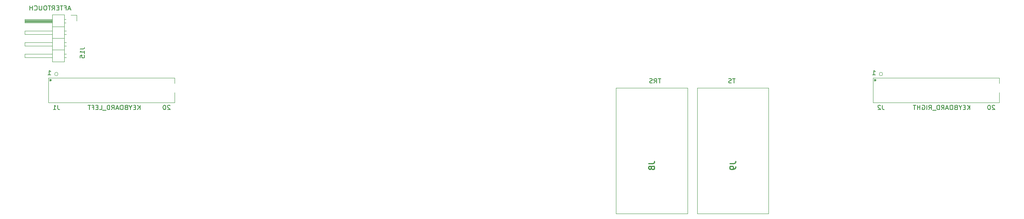
<source format=gbr>
%TF.GenerationSoftware,KiCad,Pcbnew,(6.0.6-0)*%
%TF.CreationDate,2022-07-07T15:16:10+02:00*%
%TF.ProjectId,hoatzin,686f6174-7a69-46e2-9e6b-696361645f70,rev?*%
%TF.SameCoordinates,Original*%
%TF.FileFunction,Legend,Bot*%
%TF.FilePolarity,Positive*%
%FSLAX46Y46*%
G04 Gerber Fmt 4.6, Leading zero omitted, Abs format (unit mm)*
G04 Created by KiCad (PCBNEW (6.0.6-0)) date 2022-07-07 15:16:10*
%MOMM*%
%LPD*%
G01*
G04 APERTURE LIST*
%ADD10C,0.150000*%
%ADD11C,0.254000*%
%ADD12C,0.120000*%
%ADD13C,0.100000*%
G04 APERTURE END LIST*
D10*
X58347857Y-94432380D02*
X58347857Y-93432380D01*
X57776428Y-94432380D02*
X58205000Y-93860952D01*
X57776428Y-93432380D02*
X58347857Y-94003809D01*
X57347857Y-93908571D02*
X57014523Y-93908571D01*
X56871666Y-94432380D02*
X57347857Y-94432380D01*
X57347857Y-93432380D01*
X56871666Y-93432380D01*
X56252619Y-93956190D02*
X56252619Y-94432380D01*
X56585952Y-93432380D02*
X56252619Y-93956190D01*
X55919285Y-93432380D01*
X55252619Y-93908571D02*
X55109761Y-93956190D01*
X55062142Y-94003809D01*
X55014523Y-94099047D01*
X55014523Y-94241904D01*
X55062142Y-94337142D01*
X55109761Y-94384761D01*
X55205000Y-94432380D01*
X55585952Y-94432380D01*
X55585952Y-93432380D01*
X55252619Y-93432380D01*
X55157380Y-93480000D01*
X55109761Y-93527619D01*
X55062142Y-93622857D01*
X55062142Y-93718095D01*
X55109761Y-93813333D01*
X55157380Y-93860952D01*
X55252619Y-93908571D01*
X55585952Y-93908571D01*
X54395476Y-93432380D02*
X54205000Y-93432380D01*
X54109761Y-93480000D01*
X54014523Y-93575238D01*
X53966904Y-93765714D01*
X53966904Y-94099047D01*
X54014523Y-94289523D01*
X54109761Y-94384761D01*
X54205000Y-94432380D01*
X54395476Y-94432380D01*
X54490714Y-94384761D01*
X54585952Y-94289523D01*
X54633571Y-94099047D01*
X54633571Y-93765714D01*
X54585952Y-93575238D01*
X54490714Y-93480000D01*
X54395476Y-93432380D01*
X53585952Y-94146666D02*
X53109761Y-94146666D01*
X53681190Y-94432380D02*
X53347857Y-93432380D01*
X53014523Y-94432380D01*
X52109761Y-94432380D02*
X52443095Y-93956190D01*
X52681190Y-94432380D02*
X52681190Y-93432380D01*
X52300238Y-93432380D01*
X52205000Y-93480000D01*
X52157380Y-93527619D01*
X52109761Y-93622857D01*
X52109761Y-93765714D01*
X52157380Y-93860952D01*
X52205000Y-93908571D01*
X52300238Y-93956190D01*
X52681190Y-93956190D01*
X51681190Y-94432380D02*
X51681190Y-93432380D01*
X51443095Y-93432380D01*
X51300238Y-93480000D01*
X51205000Y-93575238D01*
X51157380Y-93670476D01*
X51109761Y-93860952D01*
X51109761Y-94003809D01*
X51157380Y-94194285D01*
X51205000Y-94289523D01*
X51300238Y-94384761D01*
X51443095Y-94432380D01*
X51681190Y-94432380D01*
X50919285Y-94527619D02*
X50157380Y-94527619D01*
X49443095Y-94432380D02*
X49919285Y-94432380D01*
X49919285Y-93432380D01*
X49109761Y-93908571D02*
X48776428Y-93908571D01*
X48633571Y-94432380D02*
X49109761Y-94432380D01*
X49109761Y-93432380D01*
X48633571Y-93432380D01*
X47871666Y-93908571D02*
X48205000Y-93908571D01*
X48205000Y-94432380D02*
X48205000Y-93432380D01*
X47728809Y-93432380D01*
X47490714Y-93432380D02*
X46919285Y-93432380D01*
X47205000Y-94432380D02*
X47205000Y-93432380D01*
X172203904Y-87590380D02*
X171632476Y-87590380D01*
X171918190Y-88590380D02*
X171918190Y-87590380D01*
X170727714Y-88590380D02*
X171061047Y-88114190D01*
X171299142Y-88590380D02*
X171299142Y-87590380D01*
X170918190Y-87590380D01*
X170822952Y-87638000D01*
X170775333Y-87685619D01*
X170727714Y-87780857D01*
X170727714Y-87923714D01*
X170775333Y-88018952D01*
X170822952Y-88066571D01*
X170918190Y-88114190D01*
X171299142Y-88114190D01*
X170346761Y-88542761D02*
X170203904Y-88590380D01*
X169965809Y-88590380D01*
X169870571Y-88542761D01*
X169822952Y-88495142D01*
X169775333Y-88399904D01*
X169775333Y-88304666D01*
X169822952Y-88209428D01*
X169870571Y-88161809D01*
X169965809Y-88114190D01*
X170156285Y-88066571D01*
X170251523Y-88018952D01*
X170299142Y-87971333D01*
X170346761Y-87876095D01*
X170346761Y-87780857D01*
X170299142Y-87685619D01*
X170251523Y-87638000D01*
X170156285Y-87590380D01*
X169918190Y-87590380D01*
X169775333Y-87638000D01*
X43060380Y-72302666D02*
X42584190Y-72302666D01*
X43155619Y-72588380D02*
X42822285Y-71588380D01*
X42488952Y-72588380D01*
X41822285Y-72064571D02*
X42155619Y-72064571D01*
X42155619Y-72588380D02*
X42155619Y-71588380D01*
X41679428Y-71588380D01*
X41441333Y-71588380D02*
X40869904Y-71588380D01*
X41155619Y-72588380D02*
X41155619Y-71588380D01*
X40536571Y-72064571D02*
X40203238Y-72064571D01*
X40060380Y-72588380D02*
X40536571Y-72588380D01*
X40536571Y-71588380D01*
X40060380Y-71588380D01*
X39060380Y-72588380D02*
X39393714Y-72112190D01*
X39631809Y-72588380D02*
X39631809Y-71588380D01*
X39250857Y-71588380D01*
X39155619Y-71636000D01*
X39108000Y-71683619D01*
X39060380Y-71778857D01*
X39060380Y-71921714D01*
X39108000Y-72016952D01*
X39155619Y-72064571D01*
X39250857Y-72112190D01*
X39631809Y-72112190D01*
X38774666Y-71588380D02*
X38203238Y-71588380D01*
X38488952Y-72588380D02*
X38488952Y-71588380D01*
X37679428Y-71588380D02*
X37488952Y-71588380D01*
X37393714Y-71636000D01*
X37298476Y-71731238D01*
X37250857Y-71921714D01*
X37250857Y-72255047D01*
X37298476Y-72445523D01*
X37393714Y-72540761D01*
X37488952Y-72588380D01*
X37679428Y-72588380D01*
X37774666Y-72540761D01*
X37869904Y-72445523D01*
X37917523Y-72255047D01*
X37917523Y-71921714D01*
X37869904Y-71731238D01*
X37774666Y-71636000D01*
X37679428Y-71588380D01*
X36822285Y-71588380D02*
X36822285Y-72397904D01*
X36774666Y-72493142D01*
X36727047Y-72540761D01*
X36631809Y-72588380D01*
X36441333Y-72588380D01*
X36346095Y-72540761D01*
X36298476Y-72493142D01*
X36250857Y-72397904D01*
X36250857Y-71588380D01*
X35203238Y-72493142D02*
X35250857Y-72540761D01*
X35393714Y-72588380D01*
X35488952Y-72588380D01*
X35631809Y-72540761D01*
X35727047Y-72445523D01*
X35774666Y-72350285D01*
X35822285Y-72159809D01*
X35822285Y-72016952D01*
X35774666Y-71826476D01*
X35727047Y-71731238D01*
X35631809Y-71636000D01*
X35488952Y-71588380D01*
X35393714Y-71588380D01*
X35250857Y-71636000D01*
X35203238Y-71683619D01*
X34774666Y-72588380D02*
X34774666Y-71588380D01*
X34774666Y-72064571D02*
X34203238Y-72064571D01*
X34203238Y-72588380D02*
X34203238Y-71588380D01*
X239799047Y-94432380D02*
X239799047Y-93432380D01*
X239227619Y-94432380D02*
X239656190Y-93860952D01*
X239227619Y-93432380D02*
X239799047Y-94003809D01*
X238799047Y-93908571D02*
X238465714Y-93908571D01*
X238322857Y-94432380D02*
X238799047Y-94432380D01*
X238799047Y-93432380D01*
X238322857Y-93432380D01*
X237703809Y-93956190D02*
X237703809Y-94432380D01*
X238037142Y-93432380D02*
X237703809Y-93956190D01*
X237370476Y-93432380D01*
X236703809Y-93908571D02*
X236560952Y-93956190D01*
X236513333Y-94003809D01*
X236465714Y-94099047D01*
X236465714Y-94241904D01*
X236513333Y-94337142D01*
X236560952Y-94384761D01*
X236656190Y-94432380D01*
X237037142Y-94432380D01*
X237037142Y-93432380D01*
X236703809Y-93432380D01*
X236608571Y-93480000D01*
X236560952Y-93527619D01*
X236513333Y-93622857D01*
X236513333Y-93718095D01*
X236560952Y-93813333D01*
X236608571Y-93860952D01*
X236703809Y-93908571D01*
X237037142Y-93908571D01*
X235846666Y-93432380D02*
X235656190Y-93432380D01*
X235560952Y-93480000D01*
X235465714Y-93575238D01*
X235418095Y-93765714D01*
X235418095Y-94099047D01*
X235465714Y-94289523D01*
X235560952Y-94384761D01*
X235656190Y-94432380D01*
X235846666Y-94432380D01*
X235941904Y-94384761D01*
X236037142Y-94289523D01*
X236084761Y-94099047D01*
X236084761Y-93765714D01*
X236037142Y-93575238D01*
X235941904Y-93480000D01*
X235846666Y-93432380D01*
X235037142Y-94146666D02*
X234560952Y-94146666D01*
X235132380Y-94432380D02*
X234799047Y-93432380D01*
X234465714Y-94432380D01*
X233560952Y-94432380D02*
X233894285Y-93956190D01*
X234132380Y-94432380D02*
X234132380Y-93432380D01*
X233751428Y-93432380D01*
X233656190Y-93480000D01*
X233608571Y-93527619D01*
X233560952Y-93622857D01*
X233560952Y-93765714D01*
X233608571Y-93860952D01*
X233656190Y-93908571D01*
X233751428Y-93956190D01*
X234132380Y-93956190D01*
X233132380Y-94432380D02*
X233132380Y-93432380D01*
X232894285Y-93432380D01*
X232751428Y-93480000D01*
X232656190Y-93575238D01*
X232608571Y-93670476D01*
X232560952Y-93860952D01*
X232560952Y-94003809D01*
X232608571Y-94194285D01*
X232656190Y-94289523D01*
X232751428Y-94384761D01*
X232894285Y-94432380D01*
X233132380Y-94432380D01*
X232370476Y-94527619D02*
X231608571Y-94527619D01*
X230799047Y-94432380D02*
X231132380Y-93956190D01*
X231370476Y-94432380D02*
X231370476Y-93432380D01*
X230989523Y-93432380D01*
X230894285Y-93480000D01*
X230846666Y-93527619D01*
X230799047Y-93622857D01*
X230799047Y-93765714D01*
X230846666Y-93860952D01*
X230894285Y-93908571D01*
X230989523Y-93956190D01*
X231370476Y-93956190D01*
X230370476Y-94432380D02*
X230370476Y-93432380D01*
X229370476Y-93480000D02*
X229465714Y-93432380D01*
X229608571Y-93432380D01*
X229751428Y-93480000D01*
X229846666Y-93575238D01*
X229894285Y-93670476D01*
X229941904Y-93860952D01*
X229941904Y-94003809D01*
X229894285Y-94194285D01*
X229846666Y-94289523D01*
X229751428Y-94384761D01*
X229608571Y-94432380D01*
X229513333Y-94432380D01*
X229370476Y-94384761D01*
X229322857Y-94337142D01*
X229322857Y-94003809D01*
X229513333Y-94003809D01*
X228894285Y-94432380D02*
X228894285Y-93432380D01*
X228894285Y-93908571D02*
X228322857Y-93908571D01*
X228322857Y-94432380D02*
X228322857Y-93432380D01*
X227989523Y-93432380D02*
X227418095Y-93432380D01*
X227703809Y-94432380D02*
X227703809Y-93432380D01*
X188467904Y-87590380D02*
X187896476Y-87590380D01*
X188182190Y-88590380D02*
X188182190Y-87590380D01*
X187610761Y-88542761D02*
X187467904Y-88590380D01*
X187229809Y-88590380D01*
X187134571Y-88542761D01*
X187086952Y-88495142D01*
X187039333Y-88399904D01*
X187039333Y-88304666D01*
X187086952Y-88209428D01*
X187134571Y-88161809D01*
X187229809Y-88114190D01*
X187420285Y-88066571D01*
X187515523Y-88018952D01*
X187563142Y-87971333D01*
X187610761Y-87876095D01*
X187610761Y-87780857D01*
X187563142Y-87685619D01*
X187515523Y-87638000D01*
X187420285Y-87590380D01*
X187182190Y-87590380D01*
X187039333Y-87638000D01*
%TO.C,J2*%
X220678333Y-93432380D02*
X220678333Y-94146666D01*
X220725952Y-94289523D01*
X220821190Y-94384761D01*
X220964047Y-94432380D01*
X221059285Y-94432380D01*
X220249761Y-93527619D02*
X220202142Y-93480000D01*
X220106904Y-93432380D01*
X219868809Y-93432380D01*
X219773571Y-93480000D01*
X219725952Y-93527619D01*
X219678333Y-93622857D01*
X219678333Y-93718095D01*
X219725952Y-93860952D01*
X220297380Y-94432380D01*
X219678333Y-94432380D01*
X218535285Y-86812380D02*
X219106714Y-86812380D01*
X218821000Y-86812380D02*
X218821000Y-85812380D01*
X218916238Y-85955238D01*
X219011476Y-86050476D01*
X219106714Y-86098095D01*
X219075000Y-87717380D02*
X219075000Y-87955476D01*
X219313095Y-87860238D02*
X219075000Y-87955476D01*
X218836904Y-87860238D01*
X219217857Y-88145952D02*
X219075000Y-87955476D01*
X218932142Y-88145952D01*
X245236904Y-93527619D02*
X245189285Y-93480000D01*
X245094047Y-93432380D01*
X244855952Y-93432380D01*
X244760714Y-93480000D01*
X244713095Y-93527619D01*
X244665476Y-93622857D01*
X244665476Y-93718095D01*
X244713095Y-93860952D01*
X245284523Y-94432380D01*
X244665476Y-94432380D01*
X244046428Y-93432380D02*
X243951190Y-93432380D01*
X243855952Y-93480000D01*
X243808333Y-93527619D01*
X243760714Y-93622857D01*
X243713095Y-93813333D01*
X243713095Y-94051428D01*
X243760714Y-94241904D01*
X243808333Y-94337142D01*
X243855952Y-94384761D01*
X243951190Y-94432380D01*
X244046428Y-94432380D01*
X244141666Y-94384761D01*
X244189285Y-94337142D01*
X244236904Y-94241904D01*
X244284523Y-94051428D01*
X244284523Y-93813333D01*
X244236904Y-93622857D01*
X244189285Y-93527619D01*
X244141666Y-93480000D01*
X244046428Y-93432380D01*
D11*
%TO.C,J9*%
X187264523Y-106256666D02*
X188171666Y-106256666D01*
X188353095Y-106196190D01*
X188474047Y-106075238D01*
X188534523Y-105893809D01*
X188534523Y-105772857D01*
X188534523Y-106921904D02*
X188534523Y-107163809D01*
X188474047Y-107284761D01*
X188413571Y-107345238D01*
X188232142Y-107466190D01*
X187990238Y-107526666D01*
X187506428Y-107526666D01*
X187385476Y-107466190D01*
X187325000Y-107405714D01*
X187264523Y-107284761D01*
X187264523Y-107042857D01*
X187325000Y-106921904D01*
X187385476Y-106861428D01*
X187506428Y-106800952D01*
X187808809Y-106800952D01*
X187929761Y-106861428D01*
X187990238Y-106921904D01*
X188050714Y-107042857D01*
X188050714Y-107284761D01*
X187990238Y-107405714D01*
X187929761Y-107466190D01*
X187808809Y-107526666D01*
%TO.C,J8*%
X169544523Y-106256666D02*
X170451666Y-106256666D01*
X170633095Y-106196190D01*
X170754047Y-106075238D01*
X170814523Y-105893809D01*
X170814523Y-105772857D01*
X170088809Y-107042857D02*
X170028333Y-106921904D01*
X169967857Y-106861428D01*
X169846904Y-106800952D01*
X169786428Y-106800952D01*
X169665476Y-106861428D01*
X169605000Y-106921904D01*
X169544523Y-107042857D01*
X169544523Y-107284761D01*
X169605000Y-107405714D01*
X169665476Y-107466190D01*
X169786428Y-107526666D01*
X169846904Y-107526666D01*
X169967857Y-107466190D01*
X170028333Y-107405714D01*
X170088809Y-107284761D01*
X170088809Y-107042857D01*
X170149285Y-106921904D01*
X170209761Y-106861428D01*
X170330714Y-106800952D01*
X170572619Y-106800952D01*
X170693571Y-106861428D01*
X170754047Y-106921904D01*
X170814523Y-107042857D01*
X170814523Y-107284761D01*
X170754047Y-107405714D01*
X170693571Y-107466190D01*
X170572619Y-107526666D01*
X170330714Y-107526666D01*
X170209761Y-107466190D01*
X170149285Y-107405714D01*
X170088809Y-107284761D01*
D10*
%TO.C,J15*%
X45172380Y-81105476D02*
X45886666Y-81105476D01*
X46029523Y-81057857D01*
X46124761Y-80962619D01*
X46172380Y-80819761D01*
X46172380Y-80724523D01*
X46172380Y-82105476D02*
X46172380Y-81534047D01*
X46172380Y-81819761D02*
X45172380Y-81819761D01*
X45315238Y-81724523D01*
X45410476Y-81629285D01*
X45458095Y-81534047D01*
X45172380Y-83010238D02*
X45172380Y-82534047D01*
X45648571Y-82486428D01*
X45600952Y-82534047D01*
X45553333Y-82629285D01*
X45553333Y-82867380D01*
X45600952Y-82962619D01*
X45648571Y-83010238D01*
X45743809Y-83057857D01*
X45981904Y-83057857D01*
X46077142Y-83010238D01*
X46124761Y-82962619D01*
X46172380Y-82867380D01*
X46172380Y-82629285D01*
X46124761Y-82534047D01*
X46077142Y-82486428D01*
%TO.C,J1*%
X40338333Y-93432380D02*
X40338333Y-94146666D01*
X40385952Y-94289523D01*
X40481190Y-94384761D01*
X40624047Y-94432380D01*
X40719285Y-94432380D01*
X39338333Y-94432380D02*
X39909761Y-94432380D01*
X39624047Y-94432380D02*
X39624047Y-93432380D01*
X39719285Y-93575238D01*
X39814523Y-93670476D01*
X39909761Y-93718095D01*
X38735000Y-87717380D02*
X38735000Y-87955476D01*
X38973095Y-87860238D02*
X38735000Y-87955476D01*
X38496904Y-87860238D01*
X38877857Y-88145952D02*
X38735000Y-87955476D01*
X38592142Y-88145952D01*
X38195285Y-86812380D02*
X38766714Y-86812380D01*
X38481000Y-86812380D02*
X38481000Y-85812380D01*
X38576238Y-85955238D01*
X38671476Y-86050476D01*
X38766714Y-86098095D01*
X64896904Y-93527619D02*
X64849285Y-93480000D01*
X64754047Y-93432380D01*
X64515952Y-93432380D01*
X64420714Y-93480000D01*
X64373095Y-93527619D01*
X64325476Y-93622857D01*
X64325476Y-93718095D01*
X64373095Y-93860952D01*
X64944523Y-94432380D01*
X64325476Y-94432380D01*
X63706428Y-93432380D02*
X63611190Y-93432380D01*
X63515952Y-93480000D01*
X63468333Y-93527619D01*
X63420714Y-93622857D01*
X63373095Y-93813333D01*
X63373095Y-94051428D01*
X63420714Y-94241904D01*
X63468333Y-94337142D01*
X63515952Y-94384761D01*
X63611190Y-94432380D01*
X63706428Y-94432380D01*
X63801666Y-94384761D01*
X63849285Y-94337142D01*
X63896904Y-94241904D01*
X63944523Y-94051428D01*
X63944523Y-93813333D01*
X63896904Y-93622857D01*
X63849285Y-93527619D01*
X63801666Y-93480000D01*
X63706428Y-93432380D01*
D12*
%TO.C,J2*%
X246240300Y-92837000D02*
X218579700Y-92837000D01*
X246240300Y-87477600D02*
X246240300Y-88605673D01*
X246240300Y-90667527D02*
X246240300Y-92837000D01*
X218579700Y-92837000D02*
X218579700Y-87477600D01*
X218579700Y-87477600D02*
X246240300Y-87477600D01*
X220726000Y-86614000D02*
G75*
G03*
X220726000Y-86614000I-381000J0D01*
G01*
D13*
%TO.C,J9*%
X195771000Y-89662000D02*
X180149000Y-89662000D01*
X180149000Y-117246000D02*
X195771000Y-117246000D01*
X180149000Y-89662000D02*
X180149000Y-117246000D01*
X195771000Y-117246000D02*
X195771000Y-89662000D01*
%TO.C,J8*%
X178051000Y-89662000D02*
X162429000Y-89662000D01*
X162429000Y-117246000D02*
X178051000Y-117246000D01*
X178051000Y-117246000D02*
X178051000Y-89662000D01*
X162429000Y-89662000D02*
X162429000Y-117246000D01*
D12*
%TO.C,J15*%
X33080000Y-77850000D02*
X39080000Y-77850000D01*
X39080000Y-75090000D02*
X33080000Y-75090000D01*
X41740000Y-81280000D02*
X39080000Y-81280000D01*
X42137071Y-79630000D02*
X41740000Y-79630000D01*
X33080000Y-82170000D02*
X33080000Y-82930000D01*
X44450000Y-74930000D02*
X44450000Y-73660000D01*
X39080000Y-73600000D02*
X41740000Y-73600000D01*
X39080000Y-74970000D02*
X33080000Y-74970000D01*
X41740000Y-78740000D02*
X39080000Y-78740000D01*
X33080000Y-77090000D02*
X33080000Y-77850000D01*
X42137071Y-80390000D02*
X41740000Y-80390000D01*
X33080000Y-82930000D02*
X39080000Y-82930000D01*
X42137071Y-82930000D02*
X41740000Y-82930000D01*
X42137071Y-77090000D02*
X41740000Y-77090000D01*
X33080000Y-79630000D02*
X33080000Y-80390000D01*
X39080000Y-74610000D02*
X33080000Y-74610000D01*
X42137071Y-77850000D02*
X41740000Y-77850000D01*
X39080000Y-74730000D02*
X33080000Y-74730000D01*
X44450000Y-73660000D02*
X43180000Y-73660000D01*
X39080000Y-79630000D02*
X33080000Y-79630000D01*
X33080000Y-80390000D02*
X39080000Y-80390000D01*
X42070000Y-75310000D02*
X41740000Y-75310000D01*
X39080000Y-75210000D02*
X33080000Y-75210000D01*
X33080000Y-74550000D02*
X33080000Y-75310000D01*
X41740000Y-76200000D02*
X39080000Y-76200000D01*
X42137071Y-82170000D02*
X41740000Y-82170000D01*
X41740000Y-73600000D02*
X41740000Y-83880000D01*
X33080000Y-75310000D02*
X39080000Y-75310000D01*
X39080000Y-74550000D02*
X33080000Y-74550000D01*
X39080000Y-83880000D02*
X39080000Y-73600000D01*
X41740000Y-83880000D02*
X39080000Y-83880000D01*
X42070000Y-74550000D02*
X41740000Y-74550000D01*
X39080000Y-82170000D02*
X33080000Y-82170000D01*
X39080000Y-74850000D02*
X33080000Y-74850000D01*
X39080000Y-77090000D02*
X33080000Y-77090000D01*
%TO.C,J1*%
X65900300Y-87477600D02*
X65900300Y-88605673D01*
X65900300Y-90667527D02*
X65900300Y-92837000D01*
X65900300Y-92837000D02*
X38239700Y-92837000D01*
X38239700Y-92837000D02*
X38239700Y-87477600D01*
X38239700Y-87477600D02*
X65900300Y-87477600D01*
X40386000Y-86614000D02*
G75*
G03*
X40386000Y-86614000I-381000J0D01*
G01*
%TD*%
M02*

</source>
